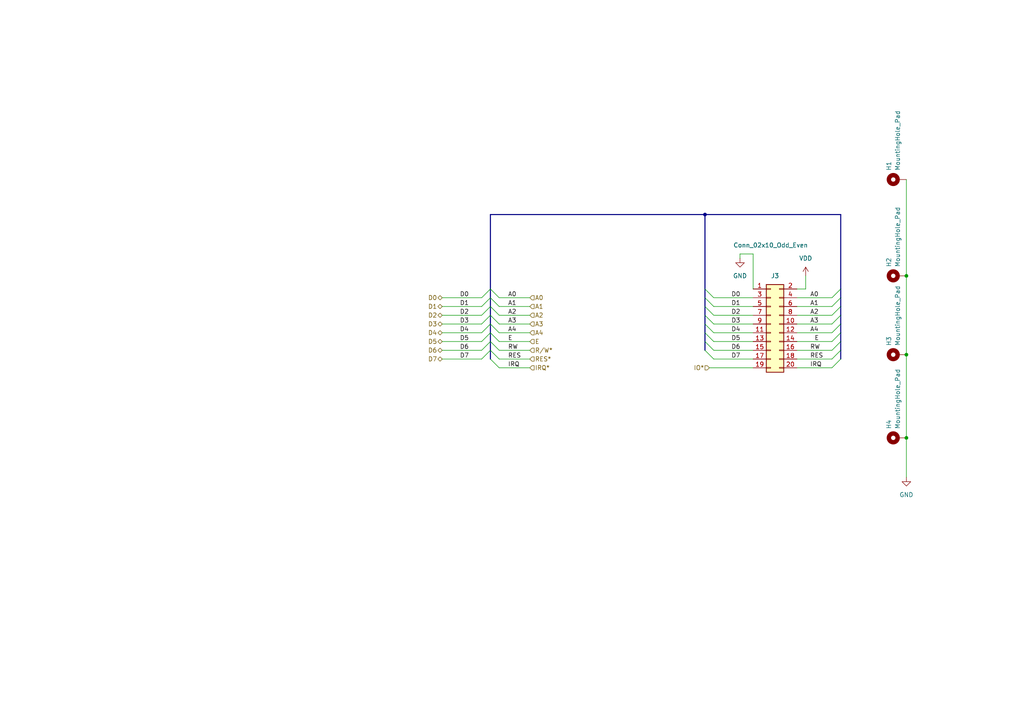
<source format=kicad_sch>
(kicad_sch (version 20230121) (generator eeschema)

  (uuid 8686eae7-3c1a-4a76-958f-a44b15eff1a1)

  (paper "A4")

  (lib_symbols
    (symbol "Connector_Generic:Conn_02x10_Odd_Even" (pin_names (offset 1.016) hide) (in_bom yes) (on_board yes)
      (property "Reference" "J" (at 1.27 12.7 0)
        (effects (font (size 1.27 1.27)))
      )
      (property "Value" "Conn_02x10_Odd_Even" (at 1.27 -15.24 0)
        (effects (font (size 1.27 1.27)))
      )
      (property "Footprint" "" (at 0 0 0)
        (effects (font (size 1.27 1.27)) hide)
      )
      (property "Datasheet" "~" (at 0 0 0)
        (effects (font (size 1.27 1.27)) hide)
      )
      (property "ki_keywords" "connector" (at 0 0 0)
        (effects (font (size 1.27 1.27)) hide)
      )
      (property "ki_description" "Generic connector, double row, 02x10, odd/even pin numbering scheme (row 1 odd numbers, row 2 even numbers), script generated (kicad-library-utils/schlib/autogen/connector/)" (at 0 0 0)
        (effects (font (size 1.27 1.27)) hide)
      )
      (property "ki_fp_filters" "Connector*:*_2x??_*" (at 0 0 0)
        (effects (font (size 1.27 1.27)) hide)
      )
      (symbol "Conn_02x10_Odd_Even_1_1"
        (rectangle (start -1.27 -12.573) (end 0 -12.827)
          (stroke (width 0.1524) (type default))
          (fill (type none))
        )
        (rectangle (start -1.27 -10.033) (end 0 -10.287)
          (stroke (width 0.1524) (type default))
          (fill (type none))
        )
        (rectangle (start -1.27 -7.493) (end 0 -7.747)
          (stroke (width 0.1524) (type default))
          (fill (type none))
        )
        (rectangle (start -1.27 -4.953) (end 0 -5.207)
          (stroke (width 0.1524) (type default))
          (fill (type none))
        )
        (rectangle (start -1.27 -2.413) (end 0 -2.667)
          (stroke (width 0.1524) (type default))
          (fill (type none))
        )
        (rectangle (start -1.27 0.127) (end 0 -0.127)
          (stroke (width 0.1524) (type default))
          (fill (type none))
        )
        (rectangle (start -1.27 2.667) (end 0 2.413)
          (stroke (width 0.1524) (type default))
          (fill (type none))
        )
        (rectangle (start -1.27 5.207) (end 0 4.953)
          (stroke (width 0.1524) (type default))
          (fill (type none))
        )
        (rectangle (start -1.27 7.747) (end 0 7.493)
          (stroke (width 0.1524) (type default))
          (fill (type none))
        )
        (rectangle (start -1.27 10.287) (end 0 10.033)
          (stroke (width 0.1524) (type default))
          (fill (type none))
        )
        (rectangle (start -1.27 11.43) (end 3.81 -13.97)
          (stroke (width 0.254) (type default))
          (fill (type background))
        )
        (rectangle (start 3.81 -12.573) (end 2.54 -12.827)
          (stroke (width 0.1524) (type default))
          (fill (type none))
        )
        (rectangle (start 3.81 -10.033) (end 2.54 -10.287)
          (stroke (width 0.1524) (type default))
          (fill (type none))
        )
        (rectangle (start 3.81 -7.493) (end 2.54 -7.747)
          (stroke (width 0.1524) (type default))
          (fill (type none))
        )
        (rectangle (start 3.81 -4.953) (end 2.54 -5.207)
          (stroke (width 0.1524) (type default))
          (fill (type none))
        )
        (rectangle (start 3.81 -2.413) (end 2.54 -2.667)
          (stroke (width 0.1524) (type default))
          (fill (type none))
        )
        (rectangle (start 3.81 0.127) (end 2.54 -0.127)
          (stroke (width 0.1524) (type default))
          (fill (type none))
        )
        (rectangle (start 3.81 2.667) (end 2.54 2.413)
          (stroke (width 0.1524) (type default))
          (fill (type none))
        )
        (rectangle (start 3.81 5.207) (end 2.54 4.953)
          (stroke (width 0.1524) (type default))
          (fill (type none))
        )
        (rectangle (start 3.81 7.747) (end 2.54 7.493)
          (stroke (width 0.1524) (type default))
          (fill (type none))
        )
        (rectangle (start 3.81 10.287) (end 2.54 10.033)
          (stroke (width 0.1524) (type default))
          (fill (type none))
        )
        (pin passive line (at -5.08 10.16 0) (length 3.81)
          (name "Pin_1" (effects (font (size 1.27 1.27))))
          (number "1" (effects (font (size 1.27 1.27))))
        )
        (pin passive line (at 7.62 0 180) (length 3.81)
          (name "Pin_10" (effects (font (size 1.27 1.27))))
          (number "10" (effects (font (size 1.27 1.27))))
        )
        (pin passive line (at -5.08 -2.54 0) (length 3.81)
          (name "Pin_11" (effects (font (size 1.27 1.27))))
          (number "11" (effects (font (size 1.27 1.27))))
        )
        (pin passive line (at 7.62 -2.54 180) (length 3.81)
          (name "Pin_12" (effects (font (size 1.27 1.27))))
          (number "12" (effects (font (size 1.27 1.27))))
        )
        (pin passive line (at -5.08 -5.08 0) (length 3.81)
          (name "Pin_13" (effects (font (size 1.27 1.27))))
          (number "13" (effects (font (size 1.27 1.27))))
        )
        (pin passive line (at 7.62 -5.08 180) (length 3.81)
          (name "Pin_14" (effects (font (size 1.27 1.27))))
          (number "14" (effects (font (size 1.27 1.27))))
        )
        (pin passive line (at -5.08 -7.62 0) (length 3.81)
          (name "Pin_15" (effects (font (size 1.27 1.27))))
          (number "15" (effects (font (size 1.27 1.27))))
        )
        (pin passive line (at 7.62 -7.62 180) (length 3.81)
          (name "Pin_16" (effects (font (size 1.27 1.27))))
          (number "16" (effects (font (size 1.27 1.27))))
        )
        (pin passive line (at -5.08 -10.16 0) (length 3.81)
          (name "Pin_17" (effects (font (size 1.27 1.27))))
          (number "17" (effects (font (size 1.27 1.27))))
        )
        (pin passive line (at 7.62 -10.16 180) (length 3.81)
          (name "Pin_18" (effects (font (size 1.27 1.27))))
          (number "18" (effects (font (size 1.27 1.27))))
        )
        (pin passive line (at -5.08 -12.7 0) (length 3.81)
          (name "Pin_19" (effects (font (size 1.27 1.27))))
          (number "19" (effects (font (size 1.27 1.27))))
        )
        (pin passive line (at 7.62 10.16 180) (length 3.81)
          (name "Pin_2" (effects (font (size 1.27 1.27))))
          (number "2" (effects (font (size 1.27 1.27))))
        )
        (pin passive line (at 7.62 -12.7 180) (length 3.81)
          (name "Pin_20" (effects (font (size 1.27 1.27))))
          (number "20" (effects (font (size 1.27 1.27))))
        )
        (pin passive line (at -5.08 7.62 0) (length 3.81)
          (name "Pin_3" (effects (font (size 1.27 1.27))))
          (number "3" (effects (font (size 1.27 1.27))))
        )
        (pin passive line (at 7.62 7.62 180) (length 3.81)
          (name "Pin_4" (effects (font (size 1.27 1.27))))
          (number "4" (effects (font (size 1.27 1.27))))
        )
        (pin passive line (at -5.08 5.08 0) (length 3.81)
          (name "Pin_5" (effects (font (size 1.27 1.27))))
          (number "5" (effects (font (size 1.27 1.27))))
        )
        (pin passive line (at 7.62 5.08 180) (length 3.81)
          (name "Pin_6" (effects (font (size 1.27 1.27))))
          (number "6" (effects (font (size 1.27 1.27))))
        )
        (pin passive line (at -5.08 2.54 0) (length 3.81)
          (name "Pin_7" (effects (font (size 1.27 1.27))))
          (number "7" (effects (font (size 1.27 1.27))))
        )
        (pin passive line (at 7.62 2.54 180) (length 3.81)
          (name "Pin_8" (effects (font (size 1.27 1.27))))
          (number "8" (effects (font (size 1.27 1.27))))
        )
        (pin passive line (at -5.08 0 0) (length 3.81)
          (name "Pin_9" (effects (font (size 1.27 1.27))))
          (number "9" (effects (font (size 1.27 1.27))))
        )
      )
    )
    (symbol "Mechanical:MountingHole_Pad" (pin_numbers hide) (pin_names (offset 1.016) hide) (in_bom yes) (on_board yes)
      (property "Reference" "H" (at 0 6.35 0)
        (effects (font (size 1.27 1.27)))
      )
      (property "Value" "MountingHole_Pad" (at 0 4.445 0)
        (effects (font (size 1.27 1.27)))
      )
      (property "Footprint" "" (at 0 0 0)
        (effects (font (size 1.27 1.27)) hide)
      )
      (property "Datasheet" "~" (at 0 0 0)
        (effects (font (size 1.27 1.27)) hide)
      )
      (property "ki_keywords" "mounting hole" (at 0 0 0)
        (effects (font (size 1.27 1.27)) hide)
      )
      (property "ki_description" "Mounting Hole with connection" (at 0 0 0)
        (effects (font (size 1.27 1.27)) hide)
      )
      (property "ki_fp_filters" "MountingHole*Pad*" (at 0 0 0)
        (effects (font (size 1.27 1.27)) hide)
      )
      (symbol "MountingHole_Pad_0_1"
        (circle (center 0 1.27) (radius 1.27)
          (stroke (width 1.27) (type default))
          (fill (type none))
        )
      )
      (symbol "MountingHole_Pad_1_1"
        (pin input line (at 0 -2.54 90) (length 2.54)
          (name "1" (effects (font (size 1.27 1.27))))
          (number "1" (effects (font (size 1.27 1.27))))
        )
      )
    )
    (symbol "power:GND" (power) (pin_names (offset 0)) (in_bom yes) (on_board yes)
      (property "Reference" "#PWR" (at 0 -6.35 0)
        (effects (font (size 1.27 1.27)) hide)
      )
      (property "Value" "GND" (at 0 -3.81 0)
        (effects (font (size 1.27 1.27)))
      )
      (property "Footprint" "" (at 0 0 0)
        (effects (font (size 1.27 1.27)) hide)
      )
      (property "Datasheet" "" (at 0 0 0)
        (effects (font (size 1.27 1.27)) hide)
      )
      (property "ki_keywords" "power-flag" (at 0 0 0)
        (effects (font (size 1.27 1.27)) hide)
      )
      (property "ki_description" "Power symbol creates a global label with name \"GND\" , ground" (at 0 0 0)
        (effects (font (size 1.27 1.27)) hide)
      )
      (symbol "GND_0_1"
        (polyline
          (pts
            (xy 0 0)
            (xy 0 -1.27)
            (xy 1.27 -1.27)
            (xy 0 -2.54)
            (xy -1.27 -1.27)
            (xy 0 -1.27)
          )
          (stroke (width 0) (type default))
          (fill (type none))
        )
      )
      (symbol "GND_1_1"
        (pin power_in line (at 0 0 270) (length 0) hide
          (name "GND" (effects (font (size 1.27 1.27))))
          (number "1" (effects (font (size 1.27 1.27))))
        )
      )
    )
    (symbol "power:VDD" (power) (pin_names (offset 0)) (in_bom yes) (on_board yes)
      (property "Reference" "#PWR" (at 0 -3.81 0)
        (effects (font (size 1.27 1.27)) hide)
      )
      (property "Value" "VDD" (at 0 3.81 0)
        (effects (font (size 1.27 1.27)))
      )
      (property "Footprint" "" (at 0 0 0)
        (effects (font (size 1.27 1.27)) hide)
      )
      (property "Datasheet" "" (at 0 0 0)
        (effects (font (size 1.27 1.27)) hide)
      )
      (property "ki_keywords" "power-flag" (at 0 0 0)
        (effects (font (size 1.27 1.27)) hide)
      )
      (property "ki_description" "Power symbol creates a global label with name \"VDD\"" (at 0 0 0)
        (effects (font (size 1.27 1.27)) hide)
      )
      (symbol "VDD_0_1"
        (polyline
          (pts
            (xy -0.762 1.27)
            (xy 0 2.54)
          )
          (stroke (width 0) (type default))
          (fill (type none))
        )
        (polyline
          (pts
            (xy 0 0)
            (xy 0 2.54)
          )
          (stroke (width 0) (type default))
          (fill (type none))
        )
        (polyline
          (pts
            (xy 0 2.54)
            (xy 0.762 1.27)
          )
          (stroke (width 0) (type default))
          (fill (type none))
        )
      )
      (symbol "VDD_1_1"
        (pin power_in line (at 0 0 90) (length 0) hide
          (name "VDD" (effects (font (size 1.27 1.27))))
          (number "1" (effects (font (size 1.27 1.27))))
        )
      )
    )
  )

  (junction (at 262.89 80.01) (diameter 0) (color 0 0 0 0)
    (uuid 217e94c6-ed64-4988-a516-229d061e9ba7)
  )
  (junction (at 262.89 102.87) (diameter 0) (color 0 0 0 0)
    (uuid dcca1e4f-138c-4b31-ba99-897865e9e1f5)
  )
  (junction (at 204.47 62.23) (diameter 0) (color 0 0 0 0)
    (uuid e0d8f535-4a6d-48eb-b582-4ef2cb4d2675)
  )
  (junction (at 262.89 127) (diameter 0) (color 0 0 0 0)
    (uuid e77c2bd7-4cfc-43af-9981-024f6cfaa162)
  )

  (bus_entry (at 243.84 86.36) (size -2.54 2.54)
    (stroke (width 0) (type default))
    (uuid 026f45b3-daf6-4827-b04f-fa5523b5c0ea)
  )
  (bus_entry (at 142.24 83.82) (size -2.54 2.54)
    (stroke (width 0) (type default))
    (uuid 02e95fe9-8134-4467-bcc3-5afa1592f662)
  )
  (bus_entry (at 243.84 99.06) (size -2.54 2.54)
    (stroke (width 0) (type default))
    (uuid 073e3776-8b08-4948-a274-ca4277080cbe)
  )
  (bus_entry (at 142.24 101.6) (size 2.54 2.54)
    (stroke (width 0) (type default))
    (uuid 0a53d3d7-1cdf-450c-b5b5-6ceed568c933)
  )
  (bus_entry (at 142.24 96.52) (size 2.54 2.54)
    (stroke (width 0) (type default))
    (uuid 0d44ac20-0dec-40ab-ae95-75298288689f)
  )
  (bus_entry (at 204.47 99.06) (size 2.54 2.54)
    (stroke (width 0) (type default))
    (uuid 1a454367-1c89-44e8-849e-9ee779f536e3)
  )
  (bus_entry (at 142.24 96.52) (size -2.54 2.54)
    (stroke (width 0) (type default))
    (uuid 25f6d698-7138-4434-9726-a4c6cd99e9f0)
  )
  (bus_entry (at 142.24 83.82) (size 2.54 2.54)
    (stroke (width 0) (type default))
    (uuid 26dc2eba-41d5-4ac5-aa71-cabbb405bf45)
  )
  (bus_entry (at 142.24 101.6) (size -2.54 2.54)
    (stroke (width 0) (type default))
    (uuid 2a329735-72a7-4182-937e-046ed420092f)
  )
  (bus_entry (at 142.24 86.36) (size 2.54 2.54)
    (stroke (width 0) (type default))
    (uuid 31a30f14-4fdf-4f4a-8b20-d2495f338b33)
  )
  (bus_entry (at 243.84 93.98) (size -2.54 2.54)
    (stroke (width 0) (type default))
    (uuid 31ef6169-fc04-4be2-a15b-6ae1ac213edf)
  )
  (bus_entry (at 204.47 101.6) (size 2.54 2.54)
    (stroke (width 0) (type default))
    (uuid 3f446511-7b67-4389-bd9f-1f687e02a0b8)
  )
  (bus_entry (at 142.24 91.44) (size 2.54 2.54)
    (stroke (width 0) (type default))
    (uuid 4dedeced-0a21-4533-96e6-f62e6e80a053)
  )
  (bus_entry (at 204.47 88.9) (size 2.54 2.54)
    (stroke (width 0) (type default))
    (uuid 4e611a44-0cc2-44d7-92c6-82f7a6f2bfd4)
  )
  (bus_entry (at 243.84 104.14) (size -2.54 2.54)
    (stroke (width 0) (type default))
    (uuid 4f410398-1b0b-4ea8-a6c0-efefc4a30ce2)
  )
  (bus_entry (at 142.24 99.06) (size -2.54 2.54)
    (stroke (width 0) (type default))
    (uuid 6b724bf4-a116-4880-bd55-885311e464f1)
  )
  (bus_entry (at 142.24 88.9) (size -2.54 2.54)
    (stroke (width 0) (type default))
    (uuid 6bcf5277-8f78-4d76-a107-1313d363cd32)
  )
  (bus_entry (at 243.84 91.44) (size -2.54 2.54)
    (stroke (width 0) (type default))
    (uuid 75f70bce-e796-4292-8bff-90d7f05310fd)
  )
  (bus_entry (at 142.24 86.36) (size -2.54 2.54)
    (stroke (width 0) (type default))
    (uuid 7ce9bc5c-62bb-4113-8462-249d7a6c7fd6)
  )
  (bus_entry (at 243.84 83.82) (size -2.54 2.54)
    (stroke (width 0) (type default))
    (uuid 89bcf57d-0bb8-473a-8fb6-f5692cfa66a1)
  )
  (bus_entry (at 142.24 91.44) (size -2.54 2.54)
    (stroke (width 0) (type default))
    (uuid 9117ad1f-5068-4e9c-81bb-45e1310fd6bd)
  )
  (bus_entry (at 204.47 83.82) (size 2.54 2.54)
    (stroke (width 0) (type default))
    (uuid 9d1a80cd-e321-4445-82b1-18e049b743e5)
  )
  (bus_entry (at 204.47 86.36) (size 2.54 2.54)
    (stroke (width 0) (type default))
    (uuid a16b9f54-085f-48fe-af2b-56961b58b47b)
  )
  (bus_entry (at 204.47 91.44) (size 2.54 2.54)
    (stroke (width 0) (type default))
    (uuid a19d3946-d9fa-4ac8-8570-17e9273122ce)
  )
  (bus_entry (at 142.24 99.06) (size 2.54 2.54)
    (stroke (width 0) (type default))
    (uuid a2633c88-796c-4166-9adb-b1a61be27eee)
  )
  (bus_entry (at 142.24 88.9) (size 2.54 2.54)
    (stroke (width 0) (type default))
    (uuid a5c9a67c-bd09-4791-8d74-355304f4d5c2)
  )
  (bus_entry (at 243.84 96.52) (size -2.54 2.54)
    (stroke (width 0) (type default))
    (uuid a69f5935-f363-45ce-8a54-0343fa2bc569)
  )
  (bus_entry (at 142.24 104.14) (size 2.54 2.54)
    (stroke (width 0) (type default))
    (uuid c516d05f-5c65-4e16-a13b-8983b9fcaa3f)
  )
  (bus_entry (at 243.84 88.9) (size -2.54 2.54)
    (stroke (width 0) (type default))
    (uuid c982eee8-0499-4c8a-b1f7-64466af42146)
  )
  (bus_entry (at 243.84 101.6) (size -2.54 2.54)
    (stroke (width 0) (type default))
    (uuid d16e5ffd-b39b-4dd8-a55e-110e46c1c9d7)
  )
  (bus_entry (at 142.24 93.98) (size -2.54 2.54)
    (stroke (width 0) (type default))
    (uuid d243d148-5e6f-4c93-bb1e-b4cae4945bf3)
  )
  (bus_entry (at 142.24 93.98) (size 2.54 2.54)
    (stroke (width 0) (type default))
    (uuid d2cec576-428a-443b-9c87-a85886fdcaa7)
  )
  (bus_entry (at 204.47 96.52) (size 2.54 2.54)
    (stroke (width 0) (type default))
    (uuid dc1d53b3-6cf7-42bc-837b-dab557107328)
  )
  (bus_entry (at 204.47 93.98) (size 2.54 2.54)
    (stroke (width 0) (type default))
    (uuid ea150791-d1c2-4250-87db-ba096399402d)
  )

  (bus (pts (xy 142.24 86.36) (xy 142.24 83.82))
    (stroke (width 0) (type default))
    (uuid 03001aad-fa18-4d26-887e-bfc7207e9c94)
  )

  (wire (pts (xy 207.01 88.9) (xy 218.44 88.9))
    (stroke (width 0) (type default))
    (uuid 0490f508-4f65-4acb-b576-e5ae4dfcb225)
  )
  (wire (pts (xy 231.14 104.14) (xy 241.3 104.14))
    (stroke (width 0) (type default))
    (uuid 07fbf78d-d7d2-4dee-95aa-02b6682e55e4)
  )
  (bus (pts (xy 142.24 83.82) (xy 142.24 62.23))
    (stroke (width 0) (type default))
    (uuid 095bcefa-f943-46dd-b0c4-5ccef68014a8)
  )

  (wire (pts (xy 231.14 96.52) (xy 241.3 96.52))
    (stroke (width 0) (type default))
    (uuid 0a71a03b-1007-4da6-896b-0c4e0b7c66e1)
  )
  (bus (pts (xy 243.84 91.44) (xy 243.84 88.9))
    (stroke (width 0) (type default))
    (uuid 14206734-fa66-428b-8dcb-6ca9fc242a7f)
  )
  (bus (pts (xy 243.84 86.36) (xy 243.84 83.82))
    (stroke (width 0) (type default))
    (uuid 14c70fc2-457e-41d5-abca-8556000b8b7c)
  )

  (wire (pts (xy 218.44 73.66) (xy 214.63 73.66))
    (stroke (width 0) (type default))
    (uuid 19c203ed-7bd6-4c53-a853-7a8be5f6e468)
  )
  (bus (pts (xy 142.24 104.14) (xy 142.24 101.6))
    (stroke (width 0) (type default))
    (uuid 2165bcdd-65f8-4a7f-9833-426e07b2a9b9)
  )

  (wire (pts (xy 207.01 96.52) (xy 218.44 96.52))
    (stroke (width 0) (type default))
    (uuid 29905a91-9175-44bb-8f90-6de5e279a7d7)
  )
  (wire (pts (xy 231.14 106.68) (xy 241.3 106.68))
    (stroke (width 0) (type default))
    (uuid 2c67387b-a393-4ac4-9bfd-6cb441b393de)
  )
  (bus (pts (xy 142.24 91.44) (xy 142.24 88.9))
    (stroke (width 0) (type default))
    (uuid 2d61ebaf-aa1f-4ae8-b389-abc70caff096)
  )
  (bus (pts (xy 204.47 93.98) (xy 204.47 91.44))
    (stroke (width 0) (type default))
    (uuid 2dfa3d42-a18b-4cd5-80f5-7732749f3874)
  )

  (wire (pts (xy 144.78 88.9) (xy 153.67 88.9))
    (stroke (width 0) (type default))
    (uuid 31948bbf-ed49-4077-a860-29086785f5a8)
  )
  (bus (pts (xy 243.84 88.9) (xy 243.84 86.36))
    (stroke (width 0) (type default))
    (uuid 366eaeea-ff76-4139-b1a3-b290ef6b90ab)
  )

  (wire (pts (xy 144.78 101.6) (xy 153.67 101.6))
    (stroke (width 0) (type default))
    (uuid 381ca88e-c25f-4661-bc09-16c51b36a2d9)
  )
  (bus (pts (xy 243.84 99.06) (xy 243.84 96.52))
    (stroke (width 0) (type default))
    (uuid 385365bd-f9f0-4c29-b87a-65f5fbe15c9f)
  )

  (wire (pts (xy 231.14 88.9) (xy 241.3 88.9))
    (stroke (width 0) (type default))
    (uuid 3938abe5-06a5-41f3-b9e9-351d1cdee098)
  )
  (wire (pts (xy 144.78 96.52) (xy 153.67 96.52))
    (stroke (width 0) (type default))
    (uuid 3b06b567-b4c0-4951-bf7c-b7e6c8e7beeb)
  )
  (wire (pts (xy 207.01 104.14) (xy 218.44 104.14))
    (stroke (width 0) (type default))
    (uuid 3f715a90-9bf6-4212-b69a-0d775b25a481)
  )
  (wire (pts (xy 207.01 101.6) (xy 218.44 101.6))
    (stroke (width 0) (type default))
    (uuid 43502c96-d2bd-4d61-b158-0e8ae872272c)
  )
  (wire (pts (xy 144.78 86.36) (xy 153.67 86.36))
    (stroke (width 0) (type default))
    (uuid 4468569a-027c-432c-bf2f-d1a02b6a8ea2)
  )
  (wire (pts (xy 205.74 106.68) (xy 218.44 106.68))
    (stroke (width 0) (type default))
    (uuid 486af068-6521-4fd5-a611-d80ba64be2f0)
  )
  (wire (pts (xy 128.27 88.9) (xy 139.7 88.9))
    (stroke (width 0) (type default))
    (uuid 557d14c7-fce2-44ce-a7ba-61903b538bc3)
  )
  (wire (pts (xy 231.14 101.6) (xy 241.3 101.6))
    (stroke (width 0) (type default))
    (uuid 6139251f-84ee-4d7a-bec7-f913d580c449)
  )
  (wire (pts (xy 262.89 80.01) (xy 262.89 102.87))
    (stroke (width 0) (type default))
    (uuid 616e0302-be3c-45d1-ad9f-b054b5e29c40)
  )
  (bus (pts (xy 204.47 86.36) (xy 204.47 83.82))
    (stroke (width 0) (type default))
    (uuid 629d213b-9379-426f-b028-c30e423c33f4)
  )

  (wire (pts (xy 128.27 104.14) (xy 139.7 104.14))
    (stroke (width 0) (type default))
    (uuid 65b00181-9fab-4c49-9c3b-c289bb80c0a0)
  )
  (wire (pts (xy 207.01 93.98) (xy 218.44 93.98))
    (stroke (width 0) (type default))
    (uuid 67cc5707-1acd-4227-a28a-174f4ec8071f)
  )
  (bus (pts (xy 204.47 93.98) (xy 204.47 96.52))
    (stroke (width 0) (type default))
    (uuid 6bbd1877-bb2e-4c89-a2f2-6eae114b72a5)
  )
  (bus (pts (xy 204.47 101.6) (xy 204.47 99.06))
    (stroke (width 0) (type default))
    (uuid 6e301da0-4529-4291-ade5-a5c1f1bca619)
  )

  (wire (pts (xy 144.78 104.14) (xy 153.67 104.14))
    (stroke (width 0) (type default))
    (uuid 710aa302-c08b-49a6-ae64-eb8d40cfc0b4)
  )
  (wire (pts (xy 128.27 99.06) (xy 139.7 99.06))
    (stroke (width 0) (type default))
    (uuid 7273ca85-952e-4495-a464-ca91856f9fda)
  )
  (wire (pts (xy 207.01 99.06) (xy 218.44 99.06))
    (stroke (width 0) (type default))
    (uuid 742ba670-6518-46f3-9aff-dcc7c51d9888)
  )
  (wire (pts (xy 218.44 83.82) (xy 218.44 73.66))
    (stroke (width 0) (type default))
    (uuid 75e50d4e-8ca2-492e-9022-fc2c4484452c)
  )
  (bus (pts (xy 243.84 62.23) (xy 243.84 83.82))
    (stroke (width 0) (type default))
    (uuid 7e669b9a-d154-4475-98af-c5ece06f94c6)
  )

  (wire (pts (xy 128.27 96.52) (xy 139.7 96.52))
    (stroke (width 0) (type default))
    (uuid 863e93dc-0621-443f-9dab-621f33803a60)
  )
  (wire (pts (xy 144.78 99.06) (xy 153.67 99.06))
    (stroke (width 0) (type default))
    (uuid 8953531d-425e-47dc-806f-15428ad1c010)
  )
  (wire (pts (xy 231.14 83.82) (xy 233.68 83.82))
    (stroke (width 0) (type default))
    (uuid 8a573565-e433-4623-834f-5505e6be1fb6)
  )
  (bus (pts (xy 204.47 91.44) (xy 204.47 88.9))
    (stroke (width 0) (type default))
    (uuid 8f69f9b3-6cc8-480f-9ed7-bcc36601744e)
  )
  (bus (pts (xy 243.84 96.52) (xy 243.84 93.98))
    (stroke (width 0) (type default))
    (uuid 9adec736-cf41-475e-90aa-30dde4600801)
  )
  (bus (pts (xy 142.24 96.52) (xy 142.24 93.98))
    (stroke (width 0) (type default))
    (uuid 9af96dc6-d5f0-47b8-afdd-866e71991e59)
  )

  (wire (pts (xy 262.89 127) (xy 262.89 102.87))
    (stroke (width 0) (type default))
    (uuid 9b123083-6b9a-471c-b23c-0586431e8649)
  )
  (bus (pts (xy 243.84 101.6) (xy 243.84 104.14))
    (stroke (width 0) (type default))
    (uuid 9d5b4fd6-1029-4c81-bfd2-74b18a9ca593)
  )

  (wire (pts (xy 207.01 86.36) (xy 218.44 86.36))
    (stroke (width 0) (type default))
    (uuid a3c54751-8888-4b77-a73b-73151d16232b)
  )
  (wire (pts (xy 144.78 93.98) (xy 153.67 93.98))
    (stroke (width 0) (type default))
    (uuid a5ab06af-7c18-4723-9893-0b8db9e5b3bc)
  )
  (bus (pts (xy 142.24 88.9) (xy 142.24 86.36))
    (stroke (width 0) (type default))
    (uuid a9383d6a-abe4-4e03-80cd-d5f2d557b43d)
  )

  (wire (pts (xy 231.14 86.36) (xy 241.3 86.36))
    (stroke (width 0) (type default))
    (uuid b1707848-4168-43f2-8edd-45bde5f52de4)
  )
  (wire (pts (xy 231.14 99.06) (xy 241.3 99.06))
    (stroke (width 0) (type default))
    (uuid b2a165aa-ab09-4352-b1f3-7ca3517b67aa)
  )
  (wire (pts (xy 231.14 91.44) (xy 241.3 91.44))
    (stroke (width 0) (type default))
    (uuid b4a0eb32-eee6-4da5-b3a3-de84b8ecc7d6)
  )
  (bus (pts (xy 142.24 99.06) (xy 142.24 96.52))
    (stroke (width 0) (type default))
    (uuid b56edefb-4a3e-45fa-8469-9546f6bde371)
  )
  (bus (pts (xy 204.47 88.9) (xy 204.47 86.36))
    (stroke (width 0) (type default))
    (uuid bdfac766-1835-44eb-8729-6615e50f892d)
  )

  (wire (pts (xy 214.63 73.66) (xy 214.63 74.93))
    (stroke (width 0) (type default))
    (uuid c1da9db4-af1d-4173-a7f0-1176f74a646e)
  )
  (bus (pts (xy 243.84 91.44) (xy 243.84 93.98))
    (stroke (width 0) (type default))
    (uuid c8b871a4-335c-46cd-9b2d-4052a9e9bb06)
  )
  (bus (pts (xy 204.47 62.23) (xy 243.84 62.23))
    (stroke (width 0) (type default))
    (uuid cfa284dc-3137-4e1f-ad77-f32a16edb34d)
  )
  (bus (pts (xy 142.24 62.23) (xy 204.47 62.23))
    (stroke (width 0) (type default))
    (uuid d41a189a-5a72-4d66-94ef-89ffd4cd90e5)
  )

  (wire (pts (xy 144.78 106.68) (xy 153.67 106.68))
    (stroke (width 0) (type default))
    (uuid d475b65c-8aff-4afb-97e1-c54e2ac8b8df)
  )
  (wire (pts (xy 207.01 91.44) (xy 218.44 91.44))
    (stroke (width 0) (type default))
    (uuid d7488541-fed5-4f5a-b69f-1d57c679933f)
  )
  (wire (pts (xy 128.27 93.98) (xy 139.7 93.98))
    (stroke (width 0) (type default))
    (uuid d8fc23cb-8313-40e2-a7dd-ca6ce257349d)
  )
  (bus (pts (xy 204.47 99.06) (xy 204.47 96.52))
    (stroke (width 0) (type default))
    (uuid da04604c-0311-4b91-bd0e-0ca7c6c1422d)
  )

  (wire (pts (xy 128.27 101.6) (xy 139.7 101.6))
    (stroke (width 0) (type default))
    (uuid e3e6ac7c-60bc-4b95-a2b4-e88372744ce9)
  )
  (wire (pts (xy 144.78 91.44) (xy 153.67 91.44))
    (stroke (width 0) (type default))
    (uuid e59fb4ac-8768-4e00-94fe-18efa3ffd6ec)
  )
  (bus (pts (xy 142.24 101.6) (xy 142.24 99.06))
    (stroke (width 0) (type default))
    (uuid e7fa0761-172b-44c0-9c72-106e7a952189)
  )
  (bus (pts (xy 243.84 101.6) (xy 243.84 99.06))
    (stroke (width 0) (type default))
    (uuid e80535cc-0f0d-47a1-98d3-2a305bdbfdc1)
  )

  (wire (pts (xy 128.27 86.36) (xy 139.7 86.36))
    (stroke (width 0) (type default))
    (uuid e9f39ed7-d434-4f41-a4fe-ccb1c8ecf894)
  )
  (bus (pts (xy 204.47 62.23) (xy 204.47 83.82))
    (stroke (width 0) (type default))
    (uuid eb0b45fa-6877-48b6-8cee-78f0eedc1759)
  )

  (wire (pts (xy 262.89 52.07) (xy 262.89 80.01))
    (stroke (width 0) (type default))
    (uuid ebcb5386-786e-480f-82bf-86a3a550282b)
  )
  (wire (pts (xy 233.68 80.01) (xy 233.68 83.82))
    (stroke (width 0) (type default))
    (uuid ece9b868-f3a9-49d5-861f-6a4ade358ed4)
  )
  (wire (pts (xy 231.14 93.98) (xy 241.3 93.98))
    (stroke (width 0) (type default))
    (uuid f03fdc81-6022-44c7-9ce8-bc7a375b9123)
  )
  (bus (pts (xy 142.24 93.98) (xy 142.24 91.44))
    (stroke (width 0) (type default))
    (uuid f1d55d7d-af10-4a27-a804-1f17c7ebb18b)
  )

  (wire (pts (xy 262.89 138.43) (xy 262.89 127))
    (stroke (width 0) (type default))
    (uuid fe204d06-5440-4451-917b-5d05c9ec5b21)
  )
  (wire (pts (xy 128.27 91.44) (xy 139.7 91.44))
    (stroke (width 0) (type default))
    (uuid ffd54610-a803-4512-bff3-f7b351bb75e7)
  )

  (label "RW" (at 147.32 101.6 0) (fields_autoplaced)
    (effects (font (size 1.27 1.27)) (justify left bottom))
    (uuid 0989d6ec-1730-4365-94e2-79cfbfafd56a)
  )
  (label "D5" (at 212.09 99.06 0) (fields_autoplaced)
    (effects (font (size 1.27 1.27)) (justify left bottom))
    (uuid 1742d870-5bb9-46c1-92a9-246344e3dede)
  )
  (label "D7" (at 212.09 104.14 0) (fields_autoplaced)
    (effects (font (size 1.27 1.27)) (justify left bottom))
    (uuid 2095713b-218a-4b23-b878-a5e9d43d0155)
  )
  (label "D2" (at 212.09 91.44 0) (fields_autoplaced)
    (effects (font (size 1.27 1.27)) (justify left bottom))
    (uuid 2c093538-79ae-46a3-8c2c-b46958329209)
  )
  (label "A4" (at 234.95 96.52 0) (fields_autoplaced)
    (effects (font (size 1.27 1.27)) (justify left bottom))
    (uuid 35364eca-5d6f-455d-a3d2-80d311ffba3c)
  )
  (label "A4" (at 147.32 96.52 0) (fields_autoplaced)
    (effects (font (size 1.27 1.27)) (justify left bottom))
    (uuid 359a65c3-25fd-45c4-adc8-032d8a940cb5)
  )
  (label "D6" (at 212.09 101.6 0) (fields_autoplaced)
    (effects (font (size 1.27 1.27)) (justify left bottom))
    (uuid 360eba4e-10f9-48d0-b5e4-891ed7b693ed)
  )
  (label "D2" (at 133.35 91.44 0) (fields_autoplaced)
    (effects (font (size 1.27 1.27)) (justify left bottom))
    (uuid 41c8784d-f3cc-43a0-9085-54d25780f015)
  )
  (label "A3" (at 147.32 93.98 0) (fields_autoplaced)
    (effects (font (size 1.27 1.27)) (justify left bottom))
    (uuid 461f4c1f-7961-4cf0-b52a-4d2db40459d2)
  )
  (label "RW" (at 234.95 101.6 0) (fields_autoplaced)
    (effects (font (size 1.27 1.27)) (justify left bottom))
    (uuid 4b68472b-a898-4bc9-a8dc-458356c2a562)
  )
  (label "A2" (at 147.32 91.44 0) (fields_autoplaced)
    (effects (font (size 1.27 1.27)) (justify left bottom))
    (uuid 660e0a26-d1fe-4ec1-830f-0f08dc30cb94)
  )
  (label "D3" (at 212.09 93.98 0) (fields_autoplaced)
    (effects (font (size 1.27 1.27)) (justify left bottom))
    (uuid 71b126de-58fe-4707-a0a5-569d561a457f)
  )
  (label "D1" (at 133.35 88.9 0) (fields_autoplaced)
    (effects (font (size 1.27 1.27)) (justify left bottom))
    (uuid 744dd92a-5aa4-4c89-8688-a68d28d6329f)
  )
  (label "E" (at 147.32 99.06 0) (fields_autoplaced)
    (effects (font (size 1.27 1.27)) (justify left bottom))
    (uuid 78bb4617-7448-4e5d-9e15-b0650bd73741)
  )
  (label "D4" (at 133.35 96.52 0) (fields_autoplaced)
    (effects (font (size 1.27 1.27)) (justify left bottom))
    (uuid 7ced5e86-299f-4bb5-bb14-7833375ffcd6)
  )
  (label "RES" (at 147.32 104.14 0) (fields_autoplaced)
    (effects (font (size 1.27 1.27)) (justify left bottom))
    (uuid 8226a8c7-033e-48e3-a0bf-b29cb7fb60c1)
  )
  (label "A1" (at 147.32 88.9 0) (fields_autoplaced)
    (effects (font (size 1.27 1.27)) (justify left bottom))
    (uuid 83228c0d-99b5-4cb1-828e-13f27c75b930)
  )
  (label "D0" (at 133.35 86.36 0) (fields_autoplaced)
    (effects (font (size 1.27 1.27)) (justify left bottom))
    (uuid 87ee448d-a073-4674-a30f-548f19609166)
  )
  (label "D6" (at 133.35 101.6 0) (fields_autoplaced)
    (effects (font (size 1.27 1.27)) (justify left bottom))
    (uuid 8d80ca90-6140-4c7a-ad5b-0c1129e6bae8)
  )
  (label "D7" (at 133.35 104.14 0) (fields_autoplaced)
    (effects (font (size 1.27 1.27)) (justify left bottom))
    (uuid 9062dea2-9627-4c61-b6ee-4d9bd1dc973a)
  )
  (label "IRQ" (at 234.95 106.68 0) (fields_autoplaced)
    (effects (font (size 1.27 1.27)) (justify left bottom))
    (uuid a08cc524-4c39-43b4-bd12-8a41e7392e1a)
  )
  (label "A1" (at 234.95 88.9 0) (fields_autoplaced)
    (effects (font (size 1.27 1.27)) (justify left bottom))
    (uuid a64672b4-8165-4124-9506-55559bc83a11)
  )
  (label "D5" (at 133.35 99.06 0) (fields_autoplaced)
    (effects (font (size 1.27 1.27)) (justify left bottom))
    (uuid afb6585d-ed29-41ca-ab95-9c9c98a1f549)
  )
  (label "A0" (at 147.32 86.36 0) (fields_autoplaced)
    (effects (font (size 1.27 1.27)) (justify left bottom))
    (uuid b6bb0fce-8b0d-4215-985c-207ac73d631c)
  )
  (label "D0" (at 212.09 86.36 0) (fields_autoplaced)
    (effects (font (size 1.27 1.27)) (justify left bottom))
    (uuid bc3e01d1-e6bd-428a-8256-8838307881d8)
  )
  (label "IRQ" (at 147.32 106.68 0) (fields_autoplaced)
    (effects (font (size 1.27 1.27)) (justify left bottom))
    (uuid bdfaa25a-3b27-4395-9848-543367c03561)
  )
  (label "E" (at 236.22 99.06 0) (fields_autoplaced)
    (effects (font (size 1.27 1.27)) (justify left bottom))
    (uuid c12b779a-61ea-431d-8420-9e077952a4b9)
  )
  (label "A3" (at 234.95 93.98 0) (fields_autoplaced)
    (effects (font (size 1.27 1.27)) (justify left bottom))
    (uuid ca63be4a-cb22-4169-aabc-4d2cff303282)
  )
  (label "RES" (at 234.95 104.14 0) (fields_autoplaced)
    (effects (font (size 1.27 1.27)) (justify left bottom))
    (uuid cd8bc3ac-e26b-4da5-a73b-5daefad4e519)
  )
  (label "D3" (at 133.35 93.98 0) (fields_autoplaced)
    (effects (font (size 1.27 1.27)) (justify left bottom))
    (uuid d2f3e920-dc1c-475e-b6a9-9542499b1a92)
  )
  (label "D4" (at 212.09 96.52 0) (fields_autoplaced)
    (effects (font (size 1.27 1.27)) (justify left bottom))
    (uuid d7c9bd3f-5190-469e-969b-33f8f824f1c4)
  )
  (label "A2" (at 234.95 91.44 0) (fields_autoplaced)
    (effects (font (size 1.27 1.27)) (justify left bottom))
    (uuid e8866d5a-33fb-46a4-a24d-720d4bef91dc)
  )
  (label "A0" (at 234.95 86.36 0) (fields_autoplaced)
    (effects (font (size 1.27 1.27)) (justify left bottom))
    (uuid e8f7ed19-e8b3-4b4a-bfbf-a6109c95590e)
  )
  (label "D1" (at 212.09 88.9 0) (fields_autoplaced)
    (effects (font (size 1.27 1.27)) (justify left bottom))
    (uuid efa0f77d-41bc-4b01-a0a8-aedd88523cdc)
  )

  (hierarchical_label "D7" (shape bidirectional) (at 128.27 104.14 180) (fields_autoplaced)
    (effects (font (size 1.27 1.27)) (justify right))
    (uuid 0d03c0e3-a295-41f6-8de1-b49909f513e7)
  )
  (hierarchical_label "E" (shape input) (at 153.67 99.06 0) (fields_autoplaced)
    (effects (font (size 1.27 1.27)) (justify left))
    (uuid 2a418e92-51bc-4819-addf-70d48e830d82)
  )
  (hierarchical_label "D5" (shape bidirectional) (at 128.27 99.06 180) (fields_autoplaced)
    (effects (font (size 1.27 1.27)) (justify right))
    (uuid 33e65f26-24d2-47d2-8bdd-49363da40fc3)
  )
  (hierarchical_label "D1" (shape bidirectional) (at 128.27 88.9 180) (fields_autoplaced)
    (effects (font (size 1.27 1.27)) (justify right))
    (uuid 3b6d37d8-6807-4ed4-acd8-681918715266)
  )
  (hierarchical_label "A1" (shape input) (at 153.67 88.9 0) (fields_autoplaced)
    (effects (font (size 1.27 1.27)) (justify left))
    (uuid 4eb590fc-6dd6-4a45-a001-61e27b6b7afc)
  )
  (hierarchical_label "D2" (shape bidirectional) (at 128.27 91.44 180) (fields_autoplaced)
    (effects (font (size 1.27 1.27)) (justify right))
    (uuid 4f63137c-af35-4319-b93e-67df78595df2)
  )
  (hierarchical_label "D6" (shape bidirectional) (at 128.27 101.6 180) (fields_autoplaced)
    (effects (font (size 1.27 1.27)) (justify right))
    (uuid 4fec3eb2-c23e-4327-a746-c06e89200ddf)
  )
  (hierarchical_label "R{slash}W*" (shape input) (at 153.67 101.6 0) (fields_autoplaced)
    (effects (font (size 1.27 1.27)) (justify left))
    (uuid 6c052df1-3a4a-4756-9991-8621155fa9df)
  )
  (hierarchical_label "D3" (shape bidirectional) (at 128.27 93.98 180) (fields_autoplaced)
    (effects (font (size 1.27 1.27)) (justify right))
    (uuid 71acbdce-536d-4c8c-92e5-ad0b003ed346)
  )
  (hierarchical_label "IRQ*" (shape input) (at 153.67 106.68 0) (fields_autoplaced)
    (effects (font (size 1.27 1.27)) (justify left))
    (uuid 932deb03-63e8-4b56-bcb2-a450a6e68453)
  )
  (hierarchical_label "D4" (shape bidirectional) (at 128.27 96.52 180) (fields_autoplaced)
    (effects (font (size 1.27 1.27)) (justify right))
    (uuid a2f32e88-6d0f-47bd-b3b0-8fed3f8678f3)
  )
  (hierarchical_label "A0" (shape input) (at 153.67 86.36 0) (fields_autoplaced)
    (effects (font (size 1.27 1.27)) (justify left))
    (uuid acd132ba-3e69-4d36-bce1-58480da4cb86)
  )
  (hierarchical_label "D0" (shape bidirectional) (at 128.27 86.36 180) (fields_autoplaced)
    (effects (font (size 1.27 1.27)) (justify right))
    (uuid bbd06361-3d1c-4e39-8cfe-1319bc3704d2)
  )
  (hierarchical_label "A4" (shape input) (at 153.67 96.52 0) (fields_autoplaced)
    (effects (font (size 1.27 1.27)) (justify left))
    (uuid c24ee4b5-adc2-4417-bef8-0adabfc485b0)
  )
  (hierarchical_label "IO*" (shape input) (at 205.74 106.68 180) (fields_autoplaced)
    (effects (font (size 1.27 1.27)) (justify right))
    (uuid d9609b98-3e2b-4edc-8bb0-8d8eddb8f5fa)
  )
  (hierarchical_label "A3" (shape input) (at 153.67 93.98 0) (fields_autoplaced)
    (effects (font (size 1.27 1.27)) (justify left))
    (uuid dcd10bd0-5fff-4a9c-bd9f-b12cff88d455)
  )
  (hierarchical_label "RES*" (shape input) (at 153.67 104.14 0) (fields_autoplaced)
    (effects (font (size 1.27 1.27)) (justify left))
    (uuid ed14edbc-7891-47ea-a7cd-9f1dc0af0f8e)
  )
  (hierarchical_label "A2" (shape input) (at 153.67 91.44 0) (fields_autoplaced)
    (effects (font (size 1.27 1.27)) (justify left))
    (uuid f44bbcea-5b48-46c8-858a-2c99675a4ba0)
  )

  (symbol (lib_id "Mechanical:MountingHole_Pad") (at 260.35 80.01 90) (unit 1)
    (in_bom yes) (on_board yes) (dnp no)
    (uuid 68d5d926-9509-43a9-96b0-ab23c5f75f1d)
    (property "Reference" "H2" (at 257.8099 77.47 0)
      (effects (font (size 1.27 1.27)) (justify left))
    )
    (property "Value" "MountingHole_Pad" (at 260.3499 77.47 0)
      (effects (font (size 1.27 1.27)) (justify left))
    )
    (property "Footprint" "MountingHole:MountingHole_3.2mm_M3_Pad" (at 260.35 80.01 0)
      (effects (font (size 1.27 1.27)) hide)
    )
    (property "Datasheet" "~" (at 260.35 80.01 0)
      (effects (font (size 1.27 1.27)) hide)
    )
    (pin "1" (uuid de9b69e4-e379-4880-b39e-810fd7f69495))
    (instances
      (project "motorino-game"
        (path "/274414ab-1890-467f-a7af-4d612100a2a6/3bb71d5f-0b51-4f3a-85bb-54d1448b65bf"
          (reference "H2") (unit 1)
        )
      )
    )
  )

  (symbol (lib_id "Mechanical:MountingHole_Pad") (at 260.35 52.07 90) (unit 1)
    (in_bom yes) (on_board yes) (dnp no)
    (uuid 6fad7d3b-468a-48b9-b7ac-08e65c86a7ed)
    (property "Reference" "H1" (at 257.8099 49.53 0)
      (effects (font (size 1.27 1.27)) (justify left))
    )
    (property "Value" "MountingHole_Pad" (at 260.3499 49.53 0)
      (effects (font (size 1.27 1.27)) (justify left))
    )
    (property "Footprint" "MountingHole:MountingHole_3.2mm_M3_Pad" (at 260.35 52.07 0)
      (effects (font (size 1.27 1.27)) hide)
    )
    (property "Datasheet" "~" (at 260.35 52.07 0)
      (effects (font (size 1.27 1.27)) hide)
    )
    (pin "1" (uuid f81423a9-d1e8-47f9-8f08-231bba3ed1b5))
    (instances
      (project "motorino-game"
        (path "/274414ab-1890-467f-a7af-4d612100a2a6/3bb71d5f-0b51-4f3a-85bb-54d1448b65bf"
          (reference "H1") (unit 1)
        )
      )
    )
  )

  (symbol (lib_id "power:GND") (at 214.63 74.93 0) (unit 1)
    (in_bom yes) (on_board yes) (dnp no) (fields_autoplaced)
    (uuid 741895f2-6092-4bb7-a3c3-9f213b827de2)
    (property "Reference" "#PWR0117" (at 214.63 81.28 0)
      (effects (font (size 1.27 1.27)) hide)
    )
    (property "Value" "GND" (at 214.63 80.01 0)
      (effects (font (size 1.27 1.27)))
    )
    (property "Footprint" "" (at 214.63 74.93 0)
      (effects (font (size 1.27 1.27)) hide)
    )
    (property "Datasheet" "" (at 214.63 74.93 0)
      (effects (font (size 1.27 1.27)) hide)
    )
    (pin "1" (uuid 15762e2c-1055-46f2-927e-0e56f568039e))
    (instances
      (project "motorino-game"
        (path "/274414ab-1890-467f-a7af-4d612100a2a6/3bb71d5f-0b51-4f3a-85bb-54d1448b65bf"
          (reference "#PWR0117") (unit 1)
        )
      )
    )
  )

  (symbol (lib_id "Mechanical:MountingHole_Pad") (at 260.35 102.87 90) (unit 1)
    (in_bom yes) (on_board yes) (dnp no)
    (uuid aad16255-ea33-49a6-9fde-6c0b53635f63)
    (property "Reference" "H3" (at 257.8099 100.33 0)
      (effects (font (size 1.27 1.27)) (justify left))
    )
    (property "Value" "MountingHole_Pad" (at 260.3499 100.33 0)
      (effects (font (size 1.27 1.27)) (justify left))
    )
    (property "Footprint" "MountingHole:MountingHole_3.2mm_M3_Pad" (at 260.35 102.87 0)
      (effects (font (size 1.27 1.27)) hide)
    )
    (property "Datasheet" "~" (at 260.35 102.87 0)
      (effects (font (size 1.27 1.27)) hide)
    )
    (pin "1" (uuid 400c4638-f3f6-4121-97b1-721d4b113b2b))
    (instances
      (project "motorino-game"
        (path "/274414ab-1890-467f-a7af-4d612100a2a6/3bb71d5f-0b51-4f3a-85bb-54d1448b65bf"
          (reference "H3") (unit 1)
        )
      )
    )
  )

  (symbol (lib_id "power:GND") (at 262.89 138.43 0) (unit 1)
    (in_bom yes) (on_board yes) (dnp no) (fields_autoplaced)
    (uuid ad440be7-06c4-426b-a286-e9af78fad70e)
    (property "Reference" "#PWR0116" (at 262.89 144.78 0)
      (effects (font (size 1.27 1.27)) hide)
    )
    (property "Value" "GND" (at 262.89 143.51 0)
      (effects (font (size 1.27 1.27)))
    )
    (property "Footprint" "" (at 262.89 138.43 0)
      (effects (font (size 1.27 1.27)) hide)
    )
    (property "Datasheet" "" (at 262.89 138.43 0)
      (effects (font (size 1.27 1.27)) hide)
    )
    (pin "1" (uuid 15d234c6-6e61-43ac-847c-97df8120e74f))
    (instances
      (project "motorino-game"
        (path "/274414ab-1890-467f-a7af-4d612100a2a6/3bb71d5f-0b51-4f3a-85bb-54d1448b65bf"
          (reference "#PWR0116") (unit 1)
        )
      )
    )
  )

  (symbol (lib_id "power:VDD") (at 233.68 80.01 0) (unit 1)
    (in_bom yes) (on_board yes) (dnp no) (fields_autoplaced)
    (uuid bd995bb9-d968-445c-9268-2dd31dd7c885)
    (property "Reference" "#PWR0118" (at 233.68 83.82 0)
      (effects (font (size 1.27 1.27)) hide)
    )
    (property "Value" "VDD" (at 233.68 74.93 0)
      (effects (font (size 1.27 1.27)))
    )
    (property "Footprint" "" (at 233.68 80.01 0)
      (effects (font (size 1.27 1.27)) hide)
    )
    (property "Datasheet" "" (at 233.68 80.01 0)
      (effects (font (size 1.27 1.27)) hide)
    )
    (pin "1" (uuid ddd6f488-de98-4618-9a89-3de325125f35))
    (instances
      (project "motorino-game"
        (path "/274414ab-1890-467f-a7af-4d612100a2a6/3bb71d5f-0b51-4f3a-85bb-54d1448b65bf"
          (reference "#PWR0118") (unit 1)
        )
      )
    )
  )

  (symbol (lib_id "Mechanical:MountingHole_Pad") (at 260.35 127 90) (unit 1)
    (in_bom yes) (on_board yes) (dnp no)
    (uuid e5a6839d-9af3-446b-8871-b07b1e677ef4)
    (property "Reference" "H4" (at 257.8099 124.46 0)
      (effects (font (size 1.27 1.27)) (justify left))
    )
    (property "Value" "MountingHole_Pad" (at 260.3499 124.46 0)
      (effects (font (size 1.27 1.27)) (justify left))
    )
    (property "Footprint" "MountingHole:MountingHole_3.2mm_M3_Pad" (at 260.35 127 0)
      (effects (font (size 1.27 1.27)) hide)
    )
    (property "Datasheet" "~" (at 260.35 127 0)
      (effects (font (size 1.27 1.27)) hide)
    )
    (pin "1" (uuid 353860f1-22d8-419d-8ec5-73470f0e3b1c))
    (instances
      (project "motorino-game"
        (path "/274414ab-1890-467f-a7af-4d612100a2a6/3bb71d5f-0b51-4f3a-85bb-54d1448b65bf"
          (reference "H4") (unit 1)
        )
      )
    )
  )

  (symbol (lib_id "Connector_Generic:Conn_02x10_Odd_Even") (at 223.52 93.98 0) (unit 1)
    (in_bom yes) (on_board yes) (dnp no)
    (uuid e7907fbe-c918-4b4b-b18a-97ab219b97c5)
    (property "Reference" "J3" (at 224.79 80.01 0)
      (effects (font (size 1.27 1.27)))
    )
    (property "Value" "Conn_02x10_Odd_Even" (at 223.52 71.12 0)
      (effects (font (size 1.27 1.27)))
    )
    (property "Footprint" "Connector_PinHeader_2.54mm:PinHeader_2x10_P2.54mm_Horizontal" (at 223.52 93.98 0)
      (effects (font (size 1.27 1.27)) hide)
    )
    (property "Datasheet" "~" (at 223.52 93.98 0)
      (effects (font (size 1.27 1.27)) hide)
    )
    (pin "1" (uuid 1f3ea3cf-1c7a-4f1b-b5f7-12b5958cd58b))
    (pin "10" (uuid 08515f81-25e3-4291-981f-e204ebf10e66))
    (pin "11" (uuid cd273beb-12cc-4ed6-bbfc-fdcbf841d3cf))
    (pin "12" (uuid 5ce52d2b-66c6-4c53-85ec-c1e06d32deb9))
    (pin "13" (uuid 3d1fc205-aa86-4e43-a576-0f217617718c))
    (pin "14" (uuid 47095332-ab2a-438b-8673-8c453d3e7e73))
    (pin "15" (uuid dc2d1b75-ab00-4325-ab29-a754541f90a7))
    (pin "16" (uuid 9f65d4bb-2755-490e-9d02-5ac4f8ddcb7f))
    (pin "17" (uuid 9fe228f6-feec-418e-879b-91488976f8bf))
    (pin "18" (uuid 5b624072-5aa5-4031-a5d1-c20207eeb9de))
    (pin "19" (uuid caec5aca-c6b2-430e-8440-a0b8a01304eb))
    (pin "2" (uuid 6bd96bc1-d232-4609-aba8-0a8036c0ba8c))
    (pin "20" (uuid c3ce40d6-2316-428f-9b90-c386a0e427bf))
    (pin "3" (uuid 1f8bddd8-6600-49fc-94e1-9cfae9e0bf52))
    (pin "4" (uuid 993489cd-f343-44f8-81f2-158dc2d7aa0a))
    (pin "5" (uuid 979cd001-462c-4497-b497-b64f9ec1dc8d))
    (pin "6" (uuid a3b4d939-ff4d-4096-b060-60203a31886b))
    (pin "7" (uuid 0510336d-9d88-421b-80a6-ad75ab3305ad))
    (pin "8" (uuid 75c6fdd3-c3cb-40f7-ae56-71619c43ffd3))
    (pin "9" (uuid 0e238848-f129-4dd6-a013-b63edd7a7429))
    (instances
      (project "motorino-game"
        (path "/274414ab-1890-467f-a7af-4d612100a2a6/3bb71d5f-0b51-4f3a-85bb-54d1448b65bf"
          (reference "J3") (unit 1)
        )
      )
    )
  )
)

</source>
